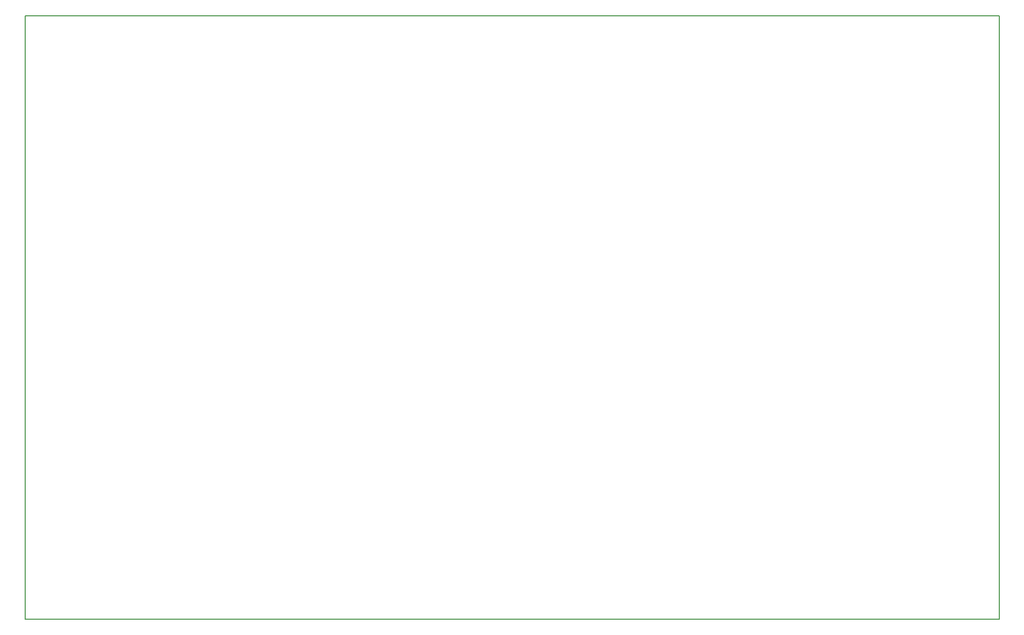
<source format=gm1>
G04 #@! TF.GenerationSoftware,KiCad,Pcbnew,7.0.8-7.0.8~ubuntu22.04.1*
G04 #@! TF.CreationDate,2023-10-03T00:57:23+00:00*
G04 #@! TF.ProjectId,alphax_8ch,616c7068-6178-45f3-9863-682e6b696361,c*
G04 #@! TF.SameCoordinates,PX143caa0PY5f592e0*
G04 #@! TF.FileFunction,Profile,NP*
%FSLAX46Y46*%
G04 Gerber Fmt 4.6, Leading zero omitted, Abs format (unit mm)*
G04 Created by KiCad (PCBNEW 7.0.8-7.0.8~ubuntu22.04.1) date 2023-10-03 00:57:23*
%MOMM*%
%LPD*%
G01*
G04 APERTURE LIST*
G04 #@! TA.AperFunction,Profile*
%ADD10C,0.200000*%
G04 #@! TD*
G04 APERTURE END LIST*
D10*
X0Y103480000D02*
X167000000Y103480000D01*
X167000000Y0D01*
X0Y0D01*
X0Y103480000D01*
M02*

</source>
